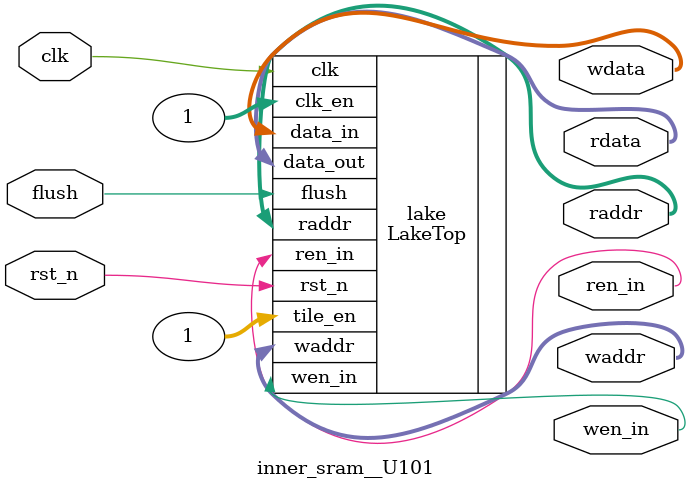
<source format=sv>
module inner_sram__U62(input logic clk, input logic flush, input logic rst_n, output logic [15:0] rdata, output logic [15:0] wdata, output logic [15:0] raddr, output logic [15:0] waddr, output logic ren_in, output logic wen_in);

  LakeTop lake(.clk(clk), .flush(flush), .rst_n(rst_n), .data_out(rdata), .data_in(wdata), .raddr(raddr), .waddr(waddr), .ren_in(ren_in), .wen_in(wen_in), .clk_en(1), .tile_en(1));

endmodule
module inner_sram__U101(input logic clk, input logic flush, input logic rst_n, output logic [15:0] rdata, output logic [15:0] wdata, output logic [15:0] raddr, output logic [15:0] waddr, output logic ren_in, output logic wen_in);

  LakeTop lake(.clk(clk), .flush(flush), .rst_n(rst_n), .data_out(rdata), .data_in(wdata), .raddr(raddr), .waddr(waddr), .ren_in(ren_in), .wen_in(wen_in), .clk_en(1), .tile_en(1));

endmodule

</source>
